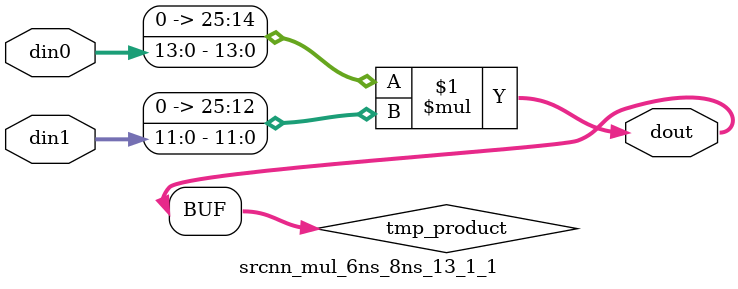
<source format=v>

`timescale 1 ns / 1 ps

  module srcnn_mul_6ns_8ns_13_1_1(din0, din1, dout);
parameter ID = 1;
parameter NUM_STAGE = 0;
parameter din0_WIDTH = 14;
parameter din1_WIDTH = 12;
parameter dout_WIDTH = 26;

input [din0_WIDTH - 1 : 0] din0; 
input [din1_WIDTH - 1 : 0] din1; 
output [dout_WIDTH - 1 : 0] dout;

wire signed [dout_WIDTH - 1 : 0] tmp_product;










assign tmp_product = $signed({1'b0, din0}) * $signed({1'b0, din1});











assign dout = tmp_product;







endmodule

</source>
